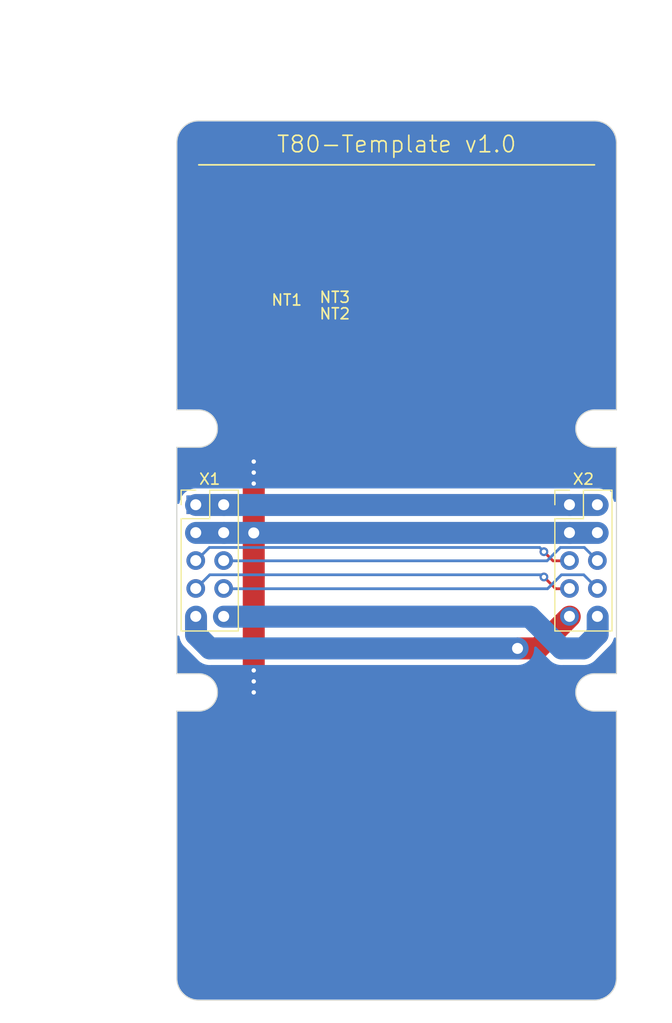
<source format=kicad_pcb>
(kicad_pcb (version 20220914) (generator pcbnew)
  (layers (0 "F.Cu" signal) (31 "B.Cu" signal) (34 "B.Paste" user) (35 "F.Paste" user) (36 "B.SilkS" user "B.Silkscreen") (37 "F.SilkS" user "F.Silkscreen") (38 "B.Mask" user) (39 "F.Mask" user) (44 "Edge.Cuts" user))
  (net 0 "")
  (net 1 "/SCL")
  (net 2 "/SDA")
  (net 3 "/RST")
  (net 4 "/IRQ")
  (net 5 "/PWR_LINE_12V")
  (net 6 "/PWR_LINE_GND")
  (net 7 "/PWR_LINE_5V")
  (net 8 "/PWR_LINE_3V3")
  (net 9 "+12V")
  (net 10 "+5V")
  (net 11 "+3V3")
  (net 12 "GND")
  (footprint "Connector_PinHeader_2.54mm:PinHeader_2x05_P2.54mm_Vertical" (layer "F.Cu") (at 120.725 94.925)
    (fp_text reference "X2" (at 1.27 -2.33) (layer "F.SilkS"))
    (fp_text value "~")
    (fp_line (start -1.33 -1.33) (end 0 -1.33) (stroke (width 0.12)) (layer "F.SilkS"))
    (fp_line (start -1.33 0) (end -1.33 -1.33) (stroke (width 0.12)) (layer "F.SilkS"))
    (fp_line (start -1.33 1.27) (end -1.33 11.49) (stroke (width 0.12)) (layer "F.SilkS"))
    (fp_line (start -1.33 1.27) (end 1.27 1.27) (stroke (width 0.12)) (layer "F.SilkS"))
    (fp_line (start -1.33 11.49) (end 3.87 11.49) (stroke (width 0.12)) (layer "F.SilkS"))
    (fp_line (start 1.27 -1.33) (end 3.87 -1.33) (stroke (width 0.12)) (layer "F.SilkS"))
    (fp_line (start 1.27 1.27) (end 1.27 -1.33) (stroke (width 0.12)) (layer "F.SilkS"))
    (fp_line (start 3.87 -1.33) (end 3.87 11.49) (stroke (width 0.12)) (layer "F.SilkS"))
    (pad "1" thru_hole rect locked (at 0 0) (size 1.7 1.7) (drill 1) (layers *.Cu *.Mask) (net 5 "/PWR_LINE_12V"))
    (pad "2" thru_hole oval locked (at 2.54 0) (size 1.7 1.7) (drill 1) (layers *.Cu *.Mask) (net 5 "/PWR_LINE_12V"))
    (pad "3" thru_hole oval locked (at 0 2.54) (size 1.7 1.7) (drill 1) (layers *.Cu *.Mask) (net 6 "/PWR_LINE_GND"))
    (pad "4" thru_hole oval locked (at 2.54 2.54) (size 1.7 1.7) (drill 1) (layers *.Cu *.Mask) (net 6 "/PWR_LINE_GND"))
    (pad "5" thru_hole oval locked (at 0 5.08) (size 1.7 1.7) (drill 1) (layers *.Cu *.Mask) (net 1 "/SCL"))
    (pad "6" thru_hole oval locked (at 2.54 5.08) (size 1.7 1.7) (drill 1) (layers *.Cu *.Mask) (net 2 "/SDA"))
    (pad "7" thru_hole oval locked (at 0 7.62) (size 1.7 1.7) (drill 1) (layers *.Cu *.Mask) (net 3 "/RST"))
    (pad "8" thru_hole oval locked (at 2.54 7.62) (size 1.7 1.7) (drill 1) (layers *.Cu *.Mask) (net 4 "/IRQ"))
    (pad "9" thru_hole oval locked (at 0 10.16) (size 1.7 1.7) (drill 1) (layers *.Cu *.Mask) (net 7 "/PWR_LINE_5V"))
    (pad "10" thru_hole oval locked (at 2.54 10.16) (size 1.7 1.7) (drill 1) (layers *.Cu *.Mask) (net 8 "/PWR_LINE_3V3"))
  )
  (footprint "Connector_PinHeader_2.54mm:PinHeader_2x05_P2.54mm_Vertical" (layer "F.Cu") (at 86.725 94.925)
    (fp_text reference "X1" (at 1.27 -2.33) (layer "F.SilkS"))
    (fp_text value "~")
    (fp_line (start -1.33 -1.33) (end 0 -1.33) (stroke (width 0.12)) (layer "F.SilkS"))
    (fp_line (start -1.33 0) (end -1.33 -1.33) (stroke (width 0.12)) (layer "F.SilkS"))
    (fp_line (start -1.33 1.27) (end -1.33 11.49) (stroke (width 0.12)) (layer "F.SilkS"))
    (fp_line (start -1.33 1.27) (end 1.27 1.27) (stroke (width 0.12)) (layer "F.SilkS"))
    (fp_line (start -1.33 11.49) (end 3.87 11.49) (stroke (width 0.12)) (layer "F.SilkS"))
    (fp_line (start 1.27 -1.33) (end 3.87 -1.33) (stroke (width 0.12)) (layer "F.SilkS"))
    (fp_line (start 1.27 1.27) (end 1.27 -1.33) (stroke (width 0.12)) (layer "F.SilkS"))
    (fp_line (start 3.87 -1.33) (end 3.87 11.49) (stroke (width 0.12)) (layer "F.SilkS"))
    (pad "1" thru_hole rect locked (at 0 0) (size 1.7 1.7) (drill 1) (layers *.Cu *.Mask) (net 5 "/PWR_LINE_12V"))
    (pad "2" thru_hole oval locked (at 2.54 0) (size 1.7 1.7) (drill 1) (layers *.Cu *.Mask) (net 5 "/PWR_LINE_12V"))
    (pad "3" thru_hole oval locked (at 0 2.54) (size 1.7 1.7) (drill 1) (layers *.Cu *.Mask) (net 6 "/PWR_LINE_GND"))
    (pad "4" thru_hole oval locked (at 2.54 2.54) (size 1.7 1.7) (drill 1) (layers *.Cu *.Mask) (net 6 "/PWR_LINE_GND"))
    (pad "5" thru_hole oval locked (at 0 5.08) (size 1.7 1.7) (drill 1) (layers *.Cu *.Mask) (net 1 "/SCL"))
    (pad "6" thru_hole oval locked (at 2.54 5.08) (size 1.7 1.7) (drill 1) (layers *.Cu *.Mask) (net 2 "/SDA"))
    (pad "7" thru_hole oval locked (at 0 7.62) (size 1.7 1.7) (drill 1) (layers *.Cu *.Mask) (net 3 "/RST"))
    (pad "8" thru_hole oval locked (at 2.54 7.62) (size 1.7 1.7) (drill 1) (layers *.Cu *.Mask) (net 4 "/IRQ"))
    (pad "9" thru_hole oval locked (at 0 10.16) (size 1.7 1.7) (drill 1) (layers *.Cu *.Mask) (net 7 "/PWR_LINE_5V"))
    (pad "10" thru_hole oval locked (at 2.54 10.16) (size 1.7 1.7) (drill 1) (layers *.Cu *.Mask) (net 8 "/PWR_LINE_3V3"))
  )
  (footprint "t80:NetTie-2_SMD_Pad0.25mm-T80" (layer "F.Cu") (at 99.375 77.25)
    (fp_text reference "NT3" (at 0 -1.2) (layer "F.SilkS"))
    (fp_text value "NetTie_2")
    (fp_poly (pts (xy -0.25 -0.125) (xy 0.25 -0.125) (xy 0.25 0.125) (xy -0.25 0.125)) (fill solid) (layer "F.Cu"))
    (pad "1" smd circle (at -0.25 0) (size 0.25 0.25) (layers "F.Cu") (net 8 "/PWR_LINE_3V3"))
    (pad "2" smd circle (at 0.25 0) (size 0.25 0.25) (layers "F.Cu") (net 11 "+3V3"))
  )
  (footprint "t80:NetTie-2_SMD_Pad2mm-T80" (layer "F.Cu") (at 95 78)
    (fp_text reference "NT1" (at 0 -1.7) (layer "F.SilkS"))
    (fp_text value "NetTie_2")
    (fp_poly (pts (xy -2.05 -1) (xy 2 -1) (xy 2 1) (xy -2.05 1)) (fill solid) (layer "F.Cu"))
    (pad "1" smd circle (at -2 0) (size 2 2) (layers "F.Cu") (net 5 "/PWR_LINE_12V"))
    (pad "2" smd circle (at 2 0) (size 2 2) (layers "F.Cu") (net 9 "+12V"))
  )
  (footprint "t80:NetTie-2_SMD_Pad2mm-T80" (layer "F.Cu") (at 92 95.5 90)
    (fp_text reference "NT4" hide)
    (fp_text value "NetTie_2")
    (fp_poly (pts (xy -2.05 -1) (xy 2 -1) (xy 2 1) (xy -2.05 1)) (fill solid) (layer "F.Cu"))
    (pad "1" smd circle (at -2 0 90) (size 2 2) (layers "F.Cu") (net 6 "/PWR_LINE_GND"))
    (pad "2" smd circle (at 2 0 90) (size 2 2) (layers "F.Cu") (net 12 "GND"))
  )
  (footprint "t80:NetTie-2_SMD_Pad2mm-T80" (layer "F.Cu") (at 92 99.5 -90)
    (fp_text reference "NT5" hide)
    (fp_text value "NetTie_2")
    (fp_poly (pts (xy -2.05 -1) (xy 2 -1) (xy 2 1) (xy -2.05 1)) (fill solid) (layer "F.Cu"))
    (pad "1" smd circle (at -2 0 270) (size 2 2) (layers "F.Cu") (net 6 "/PWR_LINE_GND"))
    (pad "2" smd circle (at 2 0 270) (size 2 2) (layers "F.Cu") (net 12 "GND"))
  )
  (footprint "t80:NetTie-2_SMD_Pad0.25mm-T80" (layer "F.Cu") (at 99.375 78.75)
    (fp_text reference "NT2" (at 0 -1.2) (layer "F.SilkS"))
    (fp_text value "NetTie_2")
    (fp_poly (pts (xy -0.25 -0.125) (xy 0.25 -0.125) (xy 0.25 0.125) (xy -0.25 0.125)) (fill solid) (layer "F.Cu"))
    (pad "1" smd circle (at -0.25 0) (size 0.25 0.25) (layers "F.Cu") (net 7 "/PWR_LINE_5V"))
    (pad "2" smd circle (at 0.25 0) (size 0.25 0.25) (layers "F.Cu") (net 10 "+5V"))
  )
  (gr_line (start 123 64) (end 87 64) (stroke (width 0.15)) (layer "F.SilkS"))
  (gr_line (start 87 86.3) (end 85 86.3) (stroke (width 0.1)) (layer "Edge.Cuts"))
  (gr_line (start 85 62) (end 85 86.3) (stroke (width 0.1)) (layer "Edge.Cuts"))
  (gr_line (start 123 86.3) (end 125 86.3) (stroke (width 0.1)) (layer "Edge.Cuts"))
  (gr_line (start 125 62) (end 125 86.3) (stroke (width 0.1)) (layer "Edge.Cuts"))
  (gr_line (start 123 110.3) (end 125 110.3) (stroke (width 0.1)) (layer "Edge.Cuts"))
  (gr_line (start 87 113.7) (end 85 113.7) (stroke (width 0.1)) (layer "Edge.Cuts"))
  (gr_line (start 125 113.7) (end 125 138) (stroke (width 0.1)) (layer "Edge.Cuts"))
  (gr_arc (start 123 60) (mid 124.414214 60.585786) (end 125 62) (stroke (width 0.1)) (layer "Edge.Cuts"))
  (gr_arc (start 85 62) (mid 85.585786 60.585786) (end 87 60) (stroke (width 0.1)) (layer "Edge.Cuts"))
  (gr_line (start 123 89.7) (end 125 89.7) (stroke (width 0.1)) (layer "Edge.Cuts"))
  (gr_line (start 125 89.7) (end 125 110.3) (stroke (width 0.1)) (layer "Edge.Cuts"))
  (gr_line (start 123 113.7) (end 125 113.7) (stroke (width 0.1)) (layer "Edge.Cuts"))
  (gr_line (start 87 110.3) (end 85 110.3) (stroke (width 0.1)) (layer "Edge.Cuts"))
  (gr_line (start 87 140) (end 123 140) (stroke (width 0.1)) (layer "Edge.Cuts"))
  (gr_arc (start 87 110.3) (mid 88.7 112) (end 87 113.7) (stroke (width 0.1)) (layer "Edge.Cuts"))
  (gr_arc (start 87 140) (mid 85.585786 139.414214) (end 85 138) (stroke (width 0.1)) (layer "Edge.Cuts"))
  (gr_arc (start 123 113.7) (mid 121.3 112) (end 123 110.3) (stroke (width 0.1)) (layer "Edge.Cuts"))
  (gr_line (start 85 113.7) (end 85 138) (stroke (width 0.1)) (layer "Edge.Cuts"))
  (gr_arc (start 123 89.7) (mid 121.3 88) (end 123 86.3) (stroke (width 0.1)) (layer "Edge.Cuts"))
  (gr_line (start 87 89.7) (end 85 89.7) (stroke (width 0.1)) (layer "Edge.Cuts"))
  (gr_arc (start 87 86.3) (mid 88.7 88) (end 87 89.7) (stroke (width 0.1)) (layer "Edge.Cuts"))
  (gr_line (start 85 89.7) (end 85 110.3) (stroke (width 0.1)) (layer "Edge.Cuts"))
  (gr_line (start 87 60) (end 123 60) (stroke (width 0.1)) (layer "Edge.Cuts"))
  (gr_arc (start 125 138) (mid 124.414214 139.414214) (end 123 140) (stroke (width 0.1)) (layer "Edge.Cuts"))
  (gr_text "T80-Template v1.0" (at 105 63) (layer "F.SilkS") (effects (font (size 1.5 1.5)) (justify bottom)))
  (segment (start 119.23 100.03) (end 120.75 100.03) (width 0.25) (layer "F.Cu") (net 1))
  (segment (start 118.4 99.2) (end 119.23 100.03) (width 0.25) (layer "F.Cu") (net 1))
  (via (at 118.4 99.2) (size 0.8) (drill 0.4) (layers "F.Cu" "B.Cu") (net 1))
  (segment (start 118.015 98.815) (end 118.4 99.2) (width 0.25) (layer "B.Cu") (net 1))
  (segment (start 87.965 98.815) (end 118.015 98.815) (width 0.25) (layer "B.Cu") (net 1))
  (segment (start 86.75 100.03) (end 87.965 98.815) (width 0.25) (layer "B.Cu") (net 1))
  (segment (start 118.685 100.03) (end 119.9 98.815) (width 0.25) (layer "B.Cu") (net 2))
  (segment (start 89.29 100.03) (end 118.685 100.03) (width 0.25) (layer "B.Cu") (net 2))
  (segment (start 122.075 98.815) (end 123.29 100.03) (width 0.25) (layer "B.Cu") (net 2))
  (segment (start 119.9 98.815) (end 122.075 98.815) (width 0.25) (layer "B.Cu") (net 2))
  (segment (start 118.4 101.5) (end 119.47 102.57) (width 0.25) (layer "F.Cu") (net 3))
  (segment (start 119.47 102.57) (end 120.75 102.57) (width 0.25) (layer "F.Cu") (net 3))
  (via (at 118.4 101.5) (size 0.8) (drill 0.4) (layers "F.Cu" "B.Cu") (net 3))
  (segment (start 118.4 101.5) (end 118.2 101.3) (width 0.25) (layer "B.Cu") (net 3))
  (segment (start 88 101.3) (end 86.75 102.55) (width 0.25) (layer "B.Cu") (net 3))
  (segment (start 86.75 102.55) (end 86.75 102.57) (width 0.25) (layer "B.Cu") (net 3))
  (segment (start 118.2 101.3) (end 88 101.3) (width 0.25) (layer "B.Cu") (net 3))
  (segment (start 120 101.3) (end 122.02 101.3) (width 0.25) (layer "B.Cu") (net 4))
  (segment (start 122.02 101.3) (end 123.29 102.57) (width 0.25) (layer "B.Cu") (net 4))
  (segment (start 118.73 102.57) (end 120 101.3) (width 0.25) (layer "B.Cu") (net 4))
  (segment (start 89.29 102.57) (end 118.73 102.57) (width 0.25) (layer "B.Cu") (net 4))
  (segment (start 86.75 94.95) (end 89.29 94.95) (width 2) (layer "B.Cu") (net 5))
  (segment (start 120.75 94.95) (end 123.29 94.95) (width 2) (layer "B.Cu") (net 5))
  (segment (start 89.29 94.95) (end 120.75 94.95) (width 2) (layer "B.Cu") (net 5))
  (via (at 92 97.49) (size 2) (drill 1) (layers "F.Cu" "B.Cu") (net 6))
  (segment (start 123.29 97.49) (end 120.75 97.49) (width 2) (layer "B.Cu") (net 6))
  (segment (start 89.29 97.49) (end 86.75 97.49) (width 2) (layer "B.Cu") (net 6))
  (segment (start 120.75 97.49) (end 89.29 97.49) (width 2) (layer "B.Cu") (net 6))
  (segment (start 116 108) (end 117.86 108) (width 2) (layer "F.Cu") (net 7))
  (segment (start 117.86 108) (end 120.75 105.11) (width 2) (layer "F.Cu") (net 7))
  (via (at 116 108) (size 2) (drill 1) (layers "F.Cu" "B.Cu") (net 7))
  (segment (start 116 108) (end 88 108) (width 2) (layer "B.Cu") (net 7))
  (segment (start 86.75 106.75) (end 86.75 105.11) (width 2) (layer "B.Cu") (net 7))
  (segment (start 88 108) (end 86.75 106.75) (width 2) (layer "B.Cu") (net 7))
  (segment (start 117.11 105.11) (end 120 108) (width 2) (layer "B.Cu") (net 8))
  (segment (start 120 108) (end 122 108) (width 2) (layer "B.Cu") (net 8))
  (segment (start 123.29 106.71) (end 123.29 105.11) (width 2) (layer "B.Cu") (net 8))
  (segment (start 89.29 105.11) (end 117.11 105.11) (width 2) (layer "B.Cu") (net 8))
  (segment (start 122 108) (end 123.29 106.71) (width 2) (layer "B.Cu") (net 8))
  (segment (start 92 111) (end 92 112) (width 2) (layer "F.Cu") (net 12))
  (segment (start 92 110) (end 92 111) (width 2) (layer "F.Cu") (net 12))
  (segment (start 92 93) (end 92 92) (width 2) (layer "F.Cu") (net 12))
  (segment (start 92 101.5) (end 92 110) (width 2) (layer "F.Cu") (net 12))
  (segment (start 92 92) (end 92 91) (width 2) (layer "F.Cu") (net 12))
  (segment (start 92 93.5) (end 92 93) (width 2) (layer "F.Cu") (net 12))
  (via (at 92 93) (size 0.8) (drill 0.4) (layers "F.Cu" "B.Cu") (net 12))
  (via (at 92 110) (size 0.8) (drill 0.4) (layers "F.Cu" "B.Cu") (net 12))
  (via (at 92 111) (size 0.8) (drill 0.4) (layers "F.Cu" "B.Cu") (net 12))
  (via (at 92 91) (size 0.8) (drill 0.4) (layers "F.Cu" "B.Cu") (net 12))
  (via (at 92 92) (size 0.8) (drill 0.4) (layers "F.Cu" "B.Cu") (net 12))
  (via (at 92 112) (size 0.8) (drill 0.4) (layers "F.Cu" "B.Cu") (net 12))
  (zone (net 0) (net_name "") (layer "B.Cu") (connect_pads (clearance 0)) (min_thickness 0.254)
    (keepout (tracks allowed) (vias allowed) (pads allowed) (copperpour not_allowed) (footprints allowed))
    (fill (thermal_gap 0.508) (thermal_bridge_width 0.508) (island_removal_mode 2) (island_area_min 10))
    (polygon (pts (xy 119 104) (xy 91 104) (xy 91 103) (xy 119 103)))
  )
  (zone (net 12) (net_name "GND") (layer "B.Cu") (connect_pads (clearance 0.508)) (min_thickness 0.254) (fill yes (thermal_gap 0.508) (thermal_bridge_width 0.508) (island_removal_mode 2) (island_area_min 10))
    (polygon (pts (xy 125 140) (xy 85 140) (xy 85 60) (xy 125 60)))
  )
)
</source>
